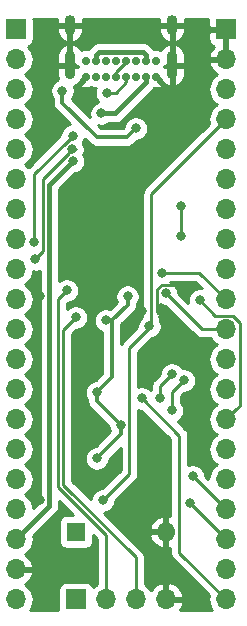
<source format=gbr>
G04 #@! TF.GenerationSoftware,KiCad,Pcbnew,5.1.2*
G04 #@! TF.CreationDate,2019-08-04T19:59:17+02:00*
G04 #@! TF.ProjectId,neutron-c,6e657574-726f-46e2-9d63-2e6b69636164,rev?*
G04 #@! TF.SameCoordinates,Original*
G04 #@! TF.FileFunction,Copper,L2,Bot*
G04 #@! TF.FilePolarity,Positive*
%FSLAX46Y46*%
G04 Gerber Fmt 4.6, Leading zero omitted, Abs format (unit mm)*
G04 Created by KiCad (PCBNEW 5.1.2) date 2019-08-04 19:59:17*
%MOMM*%
%LPD*%
G04 APERTURE LIST*
%ADD10C,0.700000*%
%ADD11O,0.900000X2.400000*%
%ADD12O,0.900000X1.700000*%
%ADD13R,1.700000X1.700000*%
%ADD14O,1.700000X1.700000*%
%ADD15O,1.600000X1.600000*%
%ADD16R,1.600000X1.600000*%
%ADD17C,0.800000*%
%ADD18C,0.350000*%
%ADD19C,0.250000*%
%ADD20C,0.400000*%
%ADD21C,0.254000*%
G04 APERTURE END LIST*
D10*
X179514500Y-16700500D03*
X178664500Y-16700500D03*
X177814500Y-16700500D03*
X176964500Y-16700500D03*
X176114500Y-16700500D03*
X175264500Y-16700500D03*
X174414500Y-16700500D03*
X173564500Y-16700500D03*
X178664500Y-15350500D03*
X176964500Y-15350500D03*
X177814500Y-15350500D03*
X179514500Y-15350500D03*
X175264500Y-15350500D03*
X174414500Y-15350500D03*
X173564500Y-15350500D03*
X176114500Y-15350500D03*
D11*
X180864500Y-15720500D03*
X172214500Y-15720500D03*
D12*
X180864500Y-12340500D03*
X172214500Y-12340500D03*
D13*
X172720000Y-60960000D03*
D14*
X175260000Y-60960000D03*
X177800000Y-60960000D03*
X180340000Y-60960000D03*
D15*
X180340000Y-55245000D03*
D16*
X172720000Y-55245000D03*
D13*
X167640000Y-12700000D03*
D14*
X167640000Y-15240000D03*
X167640000Y-17780000D03*
X167640000Y-20320000D03*
X167640000Y-22860000D03*
X167640000Y-25400000D03*
X167640000Y-27940000D03*
X167640000Y-30480000D03*
X167640000Y-33020000D03*
X167640000Y-35560000D03*
X167640000Y-38100000D03*
X167640000Y-40640000D03*
X167640000Y-43180000D03*
X167640000Y-45720000D03*
X167640000Y-48260000D03*
X167640000Y-50800000D03*
X167640000Y-53340000D03*
X167640000Y-55880000D03*
X167640000Y-58420000D03*
X167640000Y-60960000D03*
X185420000Y-60960000D03*
X185420000Y-58420000D03*
X185420000Y-55880000D03*
X185420000Y-53340000D03*
X185420000Y-50800000D03*
X185420000Y-48260000D03*
X185420000Y-45720000D03*
X185420000Y-43180000D03*
X185420000Y-40640000D03*
X185420000Y-38100000D03*
X185420000Y-35560000D03*
X185420000Y-33020000D03*
X185420000Y-30480000D03*
X185420000Y-27940000D03*
X185420000Y-25400000D03*
X185420000Y-22860000D03*
X185420000Y-20320000D03*
X185420000Y-17780000D03*
X185420000Y-15240000D03*
D13*
X185420000Y-12700000D03*
D17*
X174498000Y-49022000D03*
X176530000Y-46228000D03*
X174498000Y-43434000D03*
X171577000Y-17907000D03*
X175260000Y-37338000D03*
X177095693Y-35306000D03*
X177800000Y-21082000D03*
X169672000Y-35306000D03*
X178308000Y-36576000D03*
X177292000Y-12700000D03*
X178816000Y-22606000D03*
X173736000Y-34798000D03*
X170180000Y-55372000D03*
X169672000Y-52578000D03*
X172720000Y-50038000D03*
X176022000Y-50038000D03*
X180086000Y-37084000D03*
X182118000Y-35052000D03*
X178516243Y-19269727D03*
X180236667Y-48515319D03*
X182372000Y-52832000D03*
X182626000Y-50546000D03*
X180848000Y-41910000D03*
X179832000Y-43942000D03*
X180848000Y-44958000D03*
X181864000Y-42418000D03*
X175006000Y-52578000D03*
X178943000Y-37846000D03*
X174878974Y-19812000D03*
X172466000Y-23876000D03*
X169196563Y-30701437D03*
X172437661Y-21719978D03*
X169251999Y-32170001D03*
X172427990Y-22860000D03*
X178308000Y-43942000D03*
X183212159Y-35638159D03*
X180340016Y-35052000D03*
X180010904Y-33292811D03*
X181610000Y-27685978D03*
X181609998Y-30226000D03*
X171958004Y-34798000D03*
X172720000Y-37084000D03*
X175351588Y-18089367D03*
D18*
X176530000Y-46990000D02*
X174498000Y-49022000D01*
X176530000Y-46228000D02*
X176530000Y-46990000D01*
X174498000Y-44196000D02*
X176530000Y-46228000D01*
X174498000Y-43434000D02*
X174498000Y-44196000D01*
X175260000Y-37338000D02*
X175260000Y-37338000D01*
X175768000Y-42164000D02*
X174498000Y-43434000D01*
X175768000Y-37338000D02*
X175260000Y-37338000D01*
X175768000Y-37338000D02*
X175768000Y-42164000D01*
X175768000Y-37338000D02*
X177095693Y-36010307D01*
X177095693Y-35871685D02*
X177095693Y-35306000D01*
X177095693Y-36010307D02*
X177095693Y-35871685D01*
X171577000Y-17907000D02*
X171577000Y-18923000D01*
X171577000Y-18923000D02*
X174244000Y-21590000D01*
X174498000Y-21844000D02*
X177038000Y-21844000D01*
X174244000Y-21590000D02*
X174498000Y-21844000D01*
X177038000Y-21844000D02*
X177800000Y-21082000D01*
X177800000Y-21082000D02*
X177800000Y-21082000D01*
D19*
X179686001Y-36684001D02*
X180086000Y-37084000D01*
X179615015Y-36613015D02*
X179686001Y-36684001D01*
X181392999Y-34326999D02*
X179992015Y-34326999D01*
X182118000Y-35052000D02*
X181392999Y-34326999D01*
X179615015Y-34703999D02*
X179615015Y-36613015D01*
X179992015Y-34326999D02*
X179615015Y-34703999D01*
X182372000Y-52832000D02*
X182372000Y-52832000D01*
X185420000Y-55880000D02*
X182372000Y-52832000D01*
X182626000Y-50546000D02*
X185420000Y-53340000D01*
X180848000Y-41910000D02*
X180848000Y-41910000D01*
X179832000Y-43942000D02*
X179832000Y-42926000D01*
X179832000Y-42926000D02*
X180848000Y-41910000D01*
X181464001Y-42817999D02*
X181864000Y-42418000D01*
X180848000Y-44958000D02*
X180848000Y-43434000D01*
X180848000Y-43434000D02*
X181464001Y-42817999D01*
X177255001Y-39660999D02*
X177255001Y-50328999D01*
X177255001Y-50328999D02*
X175006000Y-52578000D01*
X178943000Y-37846000D02*
X178924001Y-37991999D01*
X178924001Y-37991999D02*
X177255001Y-39660999D01*
X179106998Y-26633002D02*
X185420000Y-20320000D01*
X178943000Y-37846000D02*
X179106998Y-37682002D01*
X179106998Y-37682002D02*
X179106998Y-26633002D01*
D20*
X170472001Y-25869999D02*
X172066001Y-24275999D01*
X172066001Y-24275999D02*
X172466000Y-23876000D01*
X167640000Y-55880000D02*
X170472001Y-53047999D01*
X170472001Y-53047999D02*
X170472001Y-25869999D01*
X178664500Y-14855526D02*
X178664500Y-15350500D01*
X178409473Y-14600499D02*
X178664500Y-14855526D01*
X174669527Y-14600499D02*
X178409473Y-14600499D01*
X174414500Y-14855526D02*
X174669527Y-14600499D01*
X174414500Y-15350500D02*
X174414500Y-14855526D01*
X176047974Y-19812000D02*
X175444659Y-19812000D01*
X175444659Y-19812000D02*
X174878974Y-19812000D01*
X178664500Y-17195474D02*
X176047974Y-19812000D01*
X178664500Y-16700500D02*
X178664500Y-17195474D01*
D19*
X169196563Y-30701437D02*
X169196563Y-24961076D01*
X172037662Y-22119977D02*
X172437661Y-21719978D01*
X169196563Y-24961076D02*
X172037662Y-22119977D01*
X172720000Y-22860000D02*
X172720000Y-22860000D01*
X172027991Y-23259999D02*
X172427990Y-22860000D01*
X169926000Y-31496000D02*
X169926000Y-25361990D01*
X169926000Y-25361990D02*
X172027991Y-23259999D01*
X169251999Y-32170001D02*
X169926000Y-31496000D01*
X178308000Y-43942000D02*
X178308000Y-43942000D01*
X186269999Y-44870001D02*
X185420000Y-45720000D01*
X186595001Y-44544999D02*
X186269999Y-44870001D01*
X186595001Y-37535999D02*
X186595001Y-44544999D01*
X185984001Y-36924999D02*
X186595001Y-37535999D01*
X184498999Y-36924999D02*
X185984001Y-36924999D01*
X183212159Y-35638159D02*
X184498999Y-36924999D01*
X183152811Y-33292811D02*
X180576589Y-33292811D01*
X180576589Y-33292811D02*
X180010904Y-33292811D01*
X185420000Y-35560000D02*
X183152811Y-33292811D01*
X181465001Y-57005001D02*
X181465001Y-47099001D01*
X181465001Y-47099001D02*
X178308000Y-43942000D01*
X185420000Y-60960000D02*
X181465001Y-57005001D01*
X185420000Y-38100000D02*
X183388016Y-38100000D01*
X180740015Y-35451999D02*
X180340016Y-35052000D01*
X183388016Y-38100000D02*
X180740015Y-35451999D01*
X181610000Y-27685978D02*
X181610000Y-30225998D01*
X181610000Y-30225998D02*
X181609998Y-30226000D01*
X175260000Y-55499000D02*
X171196000Y-51435000D01*
X171196000Y-51435000D02*
X171196000Y-35560004D01*
X175260000Y-60960000D02*
X175260000Y-55499000D01*
X171196000Y-35560004D02*
X171958004Y-34798000D01*
X177800000Y-57402590D02*
X171646011Y-51248601D01*
X171646011Y-51248601D02*
X171646011Y-38157989D01*
X177800000Y-60960000D02*
X177800000Y-57402590D01*
X171646011Y-38157989D02*
X172320001Y-37483999D01*
X172320001Y-37483999D02*
X172720000Y-37084000D01*
X176964500Y-17195474D02*
X176964500Y-16700500D01*
X176070607Y-18089367D02*
X176964500Y-17195474D01*
X175351588Y-18089367D02*
X176070607Y-18089367D01*
X176964500Y-15499502D02*
X176964500Y-15350500D01*
X176114500Y-16349502D02*
X176964500Y-15499502D01*
X176114500Y-16700500D02*
X176114500Y-16349502D01*
D21*
G36*
X172493127Y-53806928D02*
G01*
X171920000Y-53806928D01*
X171795518Y-53819188D01*
X171675820Y-53855498D01*
X171565506Y-53914463D01*
X171468815Y-53993815D01*
X171389463Y-54090506D01*
X171330498Y-54200820D01*
X171294188Y-54320518D01*
X171281928Y-54445000D01*
X171281928Y-56045000D01*
X171294188Y-56169482D01*
X171330498Y-56289180D01*
X171389463Y-56399494D01*
X171468815Y-56496185D01*
X171565506Y-56575537D01*
X171675820Y-56634502D01*
X171795518Y-56670812D01*
X171920000Y-56683072D01*
X173520000Y-56683072D01*
X173644482Y-56670812D01*
X173764180Y-56634502D01*
X173874494Y-56575537D01*
X173971185Y-56496185D01*
X174050537Y-56399494D01*
X174109502Y-56289180D01*
X174145812Y-56169482D01*
X174158072Y-56045000D01*
X174158072Y-55471874D01*
X174500001Y-55813803D01*
X174500000Y-59682405D01*
X174430986Y-59719294D01*
X174204866Y-59904866D01*
X174180393Y-59934687D01*
X174159502Y-59865820D01*
X174100537Y-59755506D01*
X174021185Y-59658815D01*
X173924494Y-59579463D01*
X173814180Y-59520498D01*
X173694482Y-59484188D01*
X173570000Y-59471928D01*
X171870000Y-59471928D01*
X171745518Y-59484188D01*
X171625820Y-59520498D01*
X171515506Y-59579463D01*
X171418815Y-59658815D01*
X171339463Y-59755506D01*
X171280498Y-59865820D01*
X171244188Y-59985518D01*
X171231928Y-60110000D01*
X171231928Y-61810000D01*
X171233307Y-61824000D01*
X168851994Y-61824000D01*
X168880706Y-61789014D01*
X169018599Y-61531034D01*
X169103513Y-61251111D01*
X169132185Y-60960000D01*
X169103513Y-60668889D01*
X169018599Y-60388966D01*
X168880706Y-60130986D01*
X168695134Y-59904866D01*
X168469014Y-59719294D01*
X168404477Y-59684799D01*
X168521355Y-59615178D01*
X168737588Y-59420269D01*
X168911641Y-59186920D01*
X169036825Y-58924099D01*
X169081476Y-58776890D01*
X168960155Y-58547000D01*
X167767000Y-58547000D01*
X167767000Y-58567000D01*
X167513000Y-58567000D01*
X167513000Y-58547000D01*
X167493000Y-58547000D01*
X167493000Y-58293000D01*
X167513000Y-58293000D01*
X167513000Y-58273000D01*
X167767000Y-58273000D01*
X167767000Y-58293000D01*
X168960155Y-58293000D01*
X169081476Y-58063110D01*
X169036825Y-57915901D01*
X168911641Y-57653080D01*
X168737588Y-57419731D01*
X168521355Y-57224822D01*
X168404477Y-57155201D01*
X168469014Y-57120706D01*
X168695134Y-56935134D01*
X168880706Y-56709014D01*
X169018599Y-56451034D01*
X169103513Y-56171111D01*
X169132185Y-55880000D01*
X169104272Y-55596595D01*
X171033429Y-53667439D01*
X171065292Y-53641290D01*
X171169637Y-53514145D01*
X171247173Y-53369086D01*
X171294919Y-53211688D01*
X171307001Y-53089018D01*
X171307001Y-53089016D01*
X171311041Y-53048000D01*
X171307001Y-53006984D01*
X171307001Y-52620802D01*
X172493127Y-53806928D01*
X172493127Y-53806928D01*
G37*
X172493127Y-53806928D02*
X171920000Y-53806928D01*
X171795518Y-53819188D01*
X171675820Y-53855498D01*
X171565506Y-53914463D01*
X171468815Y-53993815D01*
X171389463Y-54090506D01*
X171330498Y-54200820D01*
X171294188Y-54320518D01*
X171281928Y-54445000D01*
X171281928Y-56045000D01*
X171294188Y-56169482D01*
X171330498Y-56289180D01*
X171389463Y-56399494D01*
X171468815Y-56496185D01*
X171565506Y-56575537D01*
X171675820Y-56634502D01*
X171795518Y-56670812D01*
X171920000Y-56683072D01*
X173520000Y-56683072D01*
X173644482Y-56670812D01*
X173764180Y-56634502D01*
X173874494Y-56575537D01*
X173971185Y-56496185D01*
X174050537Y-56399494D01*
X174109502Y-56289180D01*
X174145812Y-56169482D01*
X174158072Y-56045000D01*
X174158072Y-55471874D01*
X174500001Y-55813803D01*
X174500000Y-59682405D01*
X174430986Y-59719294D01*
X174204866Y-59904866D01*
X174180393Y-59934687D01*
X174159502Y-59865820D01*
X174100537Y-59755506D01*
X174021185Y-59658815D01*
X173924494Y-59579463D01*
X173814180Y-59520498D01*
X173694482Y-59484188D01*
X173570000Y-59471928D01*
X171870000Y-59471928D01*
X171745518Y-59484188D01*
X171625820Y-59520498D01*
X171515506Y-59579463D01*
X171418815Y-59658815D01*
X171339463Y-59755506D01*
X171280498Y-59865820D01*
X171244188Y-59985518D01*
X171231928Y-60110000D01*
X171231928Y-61810000D01*
X171233307Y-61824000D01*
X168851994Y-61824000D01*
X168880706Y-61789014D01*
X169018599Y-61531034D01*
X169103513Y-61251111D01*
X169132185Y-60960000D01*
X169103513Y-60668889D01*
X169018599Y-60388966D01*
X168880706Y-60130986D01*
X168695134Y-59904866D01*
X168469014Y-59719294D01*
X168404477Y-59684799D01*
X168521355Y-59615178D01*
X168737588Y-59420269D01*
X168911641Y-59186920D01*
X169036825Y-58924099D01*
X169081476Y-58776890D01*
X168960155Y-58547000D01*
X167767000Y-58547000D01*
X167767000Y-58567000D01*
X167513000Y-58567000D01*
X167513000Y-58547000D01*
X167493000Y-58547000D01*
X167493000Y-58293000D01*
X167513000Y-58293000D01*
X167513000Y-58273000D01*
X167767000Y-58273000D01*
X167767000Y-58293000D01*
X168960155Y-58293000D01*
X169081476Y-58063110D01*
X169036825Y-57915901D01*
X168911641Y-57653080D01*
X168737588Y-57419731D01*
X168521355Y-57224822D01*
X168404477Y-57155201D01*
X168469014Y-57120706D01*
X168695134Y-56935134D01*
X168880706Y-56709014D01*
X169018599Y-56451034D01*
X169103513Y-56171111D01*
X169132185Y-55880000D01*
X169104272Y-55596595D01*
X171033429Y-53667439D01*
X171065292Y-53641290D01*
X171169637Y-53514145D01*
X171247173Y-53369086D01*
X171294919Y-53211688D01*
X171307001Y-53089018D01*
X171307001Y-53089016D01*
X171311041Y-53048000D01*
X171307001Y-53006984D01*
X171307001Y-52620802D01*
X172493127Y-53806928D01*
G36*
X178206061Y-44977000D02*
G01*
X178268199Y-44977000D01*
X180705002Y-47413804D01*
X180705001Y-53858807D01*
X180689040Y-53853091D01*
X180467000Y-53974376D01*
X180467000Y-55118000D01*
X180487000Y-55118000D01*
X180487000Y-55372000D01*
X180467000Y-55372000D01*
X180467000Y-56515624D01*
X180689040Y-56636909D01*
X180705001Y-56631193D01*
X180705001Y-56967679D01*
X180701325Y-57005001D01*
X180705001Y-57042323D01*
X180705001Y-57042333D01*
X180715998Y-57153986D01*
X180759455Y-57297247D01*
X180830027Y-57429277D01*
X180869872Y-57477827D01*
X180925000Y-57545002D01*
X180954004Y-57568805D01*
X183979203Y-60594005D01*
X183956487Y-60668889D01*
X183927815Y-60960000D01*
X183956487Y-61251111D01*
X184041401Y-61531034D01*
X184179294Y-61789014D01*
X184208006Y-61824000D01*
X181545516Y-61824000D01*
X181684157Y-61591252D01*
X181781481Y-61316891D01*
X181660814Y-61087000D01*
X180467000Y-61087000D01*
X180467000Y-61107000D01*
X180213000Y-61107000D01*
X180213000Y-61087000D01*
X180193000Y-61087000D01*
X180193000Y-60833000D01*
X180213000Y-60833000D01*
X180213000Y-59639845D01*
X180467000Y-59639845D01*
X180467000Y-60833000D01*
X181660814Y-60833000D01*
X181781481Y-60603109D01*
X181684157Y-60328748D01*
X181535178Y-60078645D01*
X181340269Y-59862412D01*
X181106920Y-59688359D01*
X180844099Y-59563175D01*
X180696890Y-59518524D01*
X180467000Y-59639845D01*
X180213000Y-59639845D01*
X179983110Y-59518524D01*
X179835901Y-59563175D01*
X179573080Y-59688359D01*
X179339731Y-59862412D01*
X179144822Y-60078645D01*
X179075201Y-60195523D01*
X179040706Y-60130986D01*
X178855134Y-59904866D01*
X178629014Y-59719294D01*
X178560000Y-59682405D01*
X178560000Y-57439915D01*
X178563676Y-57402590D01*
X178560000Y-57365265D01*
X178560000Y-57365257D01*
X178549003Y-57253604D01*
X178505546Y-57110343D01*
X178434974Y-56978314D01*
X178340001Y-56862589D01*
X178311003Y-56838791D01*
X177066251Y-55594039D01*
X178948096Y-55594039D01*
X178988754Y-55728087D01*
X179108963Y-55982420D01*
X179276481Y-56208414D01*
X179484869Y-56397385D01*
X179726119Y-56542070D01*
X179990960Y-56636909D01*
X180213000Y-56515624D01*
X180213000Y-55372000D01*
X179070085Y-55372000D01*
X178948096Y-55594039D01*
X177066251Y-55594039D01*
X176368173Y-54895961D01*
X178948096Y-54895961D01*
X179070085Y-55118000D01*
X180213000Y-55118000D01*
X180213000Y-53974376D01*
X179990960Y-53853091D01*
X179726119Y-53947930D01*
X179484869Y-54092615D01*
X179276481Y-54281586D01*
X179108963Y-54507580D01*
X178988754Y-54761913D01*
X178948096Y-54895961D01*
X176368173Y-54895961D01*
X175085211Y-53613000D01*
X175107939Y-53613000D01*
X175307898Y-53573226D01*
X175496256Y-53495205D01*
X175665774Y-53381937D01*
X175809937Y-53237774D01*
X175923205Y-53068256D01*
X176001226Y-52879898D01*
X176041000Y-52679939D01*
X176041000Y-52617801D01*
X177766004Y-50892798D01*
X177795002Y-50869000D01*
X177889975Y-50753275D01*
X177960547Y-50621246D01*
X178004004Y-50477985D01*
X178015001Y-50366332D01*
X178015001Y-50366324D01*
X178018677Y-50328999D01*
X178015001Y-50291674D01*
X178015001Y-44938996D01*
X178206061Y-44977000D01*
X178206061Y-44977000D01*
G37*
X178206061Y-44977000D02*
X178268199Y-44977000D01*
X180705002Y-47413804D01*
X180705001Y-53858807D01*
X180689040Y-53853091D01*
X180467000Y-53974376D01*
X180467000Y-55118000D01*
X180487000Y-55118000D01*
X180487000Y-55372000D01*
X180467000Y-55372000D01*
X180467000Y-56515624D01*
X180689040Y-56636909D01*
X180705001Y-56631193D01*
X180705001Y-56967679D01*
X180701325Y-57005001D01*
X180705001Y-57042323D01*
X180705001Y-57042333D01*
X180715998Y-57153986D01*
X180759455Y-57297247D01*
X180830027Y-57429277D01*
X180869872Y-57477827D01*
X180925000Y-57545002D01*
X180954004Y-57568805D01*
X183979203Y-60594005D01*
X183956487Y-60668889D01*
X183927815Y-60960000D01*
X183956487Y-61251111D01*
X184041401Y-61531034D01*
X184179294Y-61789014D01*
X184208006Y-61824000D01*
X181545516Y-61824000D01*
X181684157Y-61591252D01*
X181781481Y-61316891D01*
X181660814Y-61087000D01*
X180467000Y-61087000D01*
X180467000Y-61107000D01*
X180213000Y-61107000D01*
X180213000Y-61087000D01*
X180193000Y-61087000D01*
X180193000Y-60833000D01*
X180213000Y-60833000D01*
X180213000Y-59639845D01*
X180467000Y-59639845D01*
X180467000Y-60833000D01*
X181660814Y-60833000D01*
X181781481Y-60603109D01*
X181684157Y-60328748D01*
X181535178Y-60078645D01*
X181340269Y-59862412D01*
X181106920Y-59688359D01*
X180844099Y-59563175D01*
X180696890Y-59518524D01*
X180467000Y-59639845D01*
X180213000Y-59639845D01*
X179983110Y-59518524D01*
X179835901Y-59563175D01*
X179573080Y-59688359D01*
X179339731Y-59862412D01*
X179144822Y-60078645D01*
X179075201Y-60195523D01*
X179040706Y-60130986D01*
X178855134Y-59904866D01*
X178629014Y-59719294D01*
X178560000Y-59682405D01*
X178560000Y-57439915D01*
X178563676Y-57402590D01*
X178560000Y-57365265D01*
X178560000Y-57365257D01*
X178549003Y-57253604D01*
X178505546Y-57110343D01*
X178434974Y-56978314D01*
X178340001Y-56862589D01*
X178311003Y-56838791D01*
X177066251Y-55594039D01*
X178948096Y-55594039D01*
X178988754Y-55728087D01*
X179108963Y-55982420D01*
X179276481Y-56208414D01*
X179484869Y-56397385D01*
X179726119Y-56542070D01*
X179990960Y-56636909D01*
X180213000Y-56515624D01*
X180213000Y-55372000D01*
X179070085Y-55372000D01*
X178948096Y-55594039D01*
X177066251Y-55594039D01*
X176368173Y-54895961D01*
X178948096Y-54895961D01*
X179070085Y-55118000D01*
X180213000Y-55118000D01*
X180213000Y-53974376D01*
X179990960Y-53853091D01*
X179726119Y-53947930D01*
X179484869Y-54092615D01*
X179276481Y-54281586D01*
X179108963Y-54507580D01*
X178988754Y-54761913D01*
X178948096Y-54895961D01*
X176368173Y-54895961D01*
X175085211Y-53613000D01*
X175107939Y-53613000D01*
X175307898Y-53573226D01*
X175496256Y-53495205D01*
X175665774Y-53381937D01*
X175809937Y-53237774D01*
X175923205Y-53068256D01*
X176001226Y-52879898D01*
X176041000Y-52679939D01*
X176041000Y-52617801D01*
X177766004Y-50892798D01*
X177795002Y-50869000D01*
X177889975Y-50753275D01*
X177960547Y-50621246D01*
X178004004Y-50477985D01*
X178015001Y-50366332D01*
X178015001Y-50366324D01*
X178018677Y-50328999D01*
X178015001Y-50291674D01*
X178015001Y-44938996D01*
X178206061Y-44977000D01*
G36*
X169637001Y-52702131D02*
G01*
X169120255Y-53218877D01*
X169103513Y-53048889D01*
X169018599Y-52768966D01*
X168880706Y-52510986D01*
X168695134Y-52284866D01*
X168469014Y-52099294D01*
X168414209Y-52070000D01*
X168469014Y-52040706D01*
X168695134Y-51855134D01*
X168880706Y-51629014D01*
X169018599Y-51371034D01*
X169103513Y-51091111D01*
X169132185Y-50800000D01*
X169103513Y-50508889D01*
X169018599Y-50228966D01*
X168880706Y-49970986D01*
X168695134Y-49744866D01*
X168469014Y-49559294D01*
X168414209Y-49530000D01*
X168469014Y-49500706D01*
X168695134Y-49315134D01*
X168880706Y-49089014D01*
X169018599Y-48831034D01*
X169103513Y-48551111D01*
X169132185Y-48260000D01*
X169103513Y-47968889D01*
X169018599Y-47688966D01*
X168880706Y-47430986D01*
X168695134Y-47204866D01*
X168469014Y-47019294D01*
X168414209Y-46990000D01*
X168469014Y-46960706D01*
X168695134Y-46775134D01*
X168880706Y-46549014D01*
X169018599Y-46291034D01*
X169103513Y-46011111D01*
X169132185Y-45720000D01*
X169103513Y-45428889D01*
X169018599Y-45148966D01*
X168880706Y-44890986D01*
X168695134Y-44664866D01*
X168469014Y-44479294D01*
X168414209Y-44450000D01*
X168469014Y-44420706D01*
X168695134Y-44235134D01*
X168880706Y-44009014D01*
X169018599Y-43751034D01*
X169103513Y-43471111D01*
X169132185Y-43180000D01*
X169103513Y-42888889D01*
X169018599Y-42608966D01*
X168880706Y-42350986D01*
X168695134Y-42124866D01*
X168469014Y-41939294D01*
X168414209Y-41910000D01*
X168469014Y-41880706D01*
X168695134Y-41695134D01*
X168880706Y-41469014D01*
X169018599Y-41211034D01*
X169103513Y-40931111D01*
X169132185Y-40640000D01*
X169103513Y-40348889D01*
X169018599Y-40068966D01*
X168880706Y-39810986D01*
X168695134Y-39584866D01*
X168469014Y-39399294D01*
X168414209Y-39370000D01*
X168469014Y-39340706D01*
X168695134Y-39155134D01*
X168880706Y-38929014D01*
X169018599Y-38671034D01*
X169103513Y-38391111D01*
X169132185Y-38100000D01*
X169103513Y-37808889D01*
X169018599Y-37528966D01*
X168880706Y-37270986D01*
X168695134Y-37044866D01*
X168469014Y-36859294D01*
X168414209Y-36830000D01*
X168469014Y-36800706D01*
X168695134Y-36615134D01*
X168880706Y-36389014D01*
X169018599Y-36131034D01*
X169103513Y-35851111D01*
X169132185Y-35560000D01*
X169103513Y-35268889D01*
X169018599Y-34988966D01*
X168880706Y-34730986D01*
X168695134Y-34504866D01*
X168469014Y-34319294D01*
X168414209Y-34290000D01*
X168469014Y-34260706D01*
X168695134Y-34075134D01*
X168880706Y-33849014D01*
X169018599Y-33591034D01*
X169103513Y-33311111D01*
X169114658Y-33197959D01*
X169150060Y-33205001D01*
X169353938Y-33205001D01*
X169553897Y-33165227D01*
X169637002Y-33130804D01*
X169637001Y-52702131D01*
X169637001Y-52702131D01*
G37*
X169637001Y-52702131D02*
X169120255Y-53218877D01*
X169103513Y-53048889D01*
X169018599Y-52768966D01*
X168880706Y-52510986D01*
X168695134Y-52284866D01*
X168469014Y-52099294D01*
X168414209Y-52070000D01*
X168469014Y-52040706D01*
X168695134Y-51855134D01*
X168880706Y-51629014D01*
X169018599Y-51371034D01*
X169103513Y-51091111D01*
X169132185Y-50800000D01*
X169103513Y-50508889D01*
X169018599Y-50228966D01*
X168880706Y-49970986D01*
X168695134Y-49744866D01*
X168469014Y-49559294D01*
X168414209Y-49530000D01*
X168469014Y-49500706D01*
X168695134Y-49315134D01*
X168880706Y-49089014D01*
X169018599Y-48831034D01*
X169103513Y-48551111D01*
X169132185Y-48260000D01*
X169103513Y-47968889D01*
X169018599Y-47688966D01*
X168880706Y-47430986D01*
X168695134Y-47204866D01*
X168469014Y-47019294D01*
X168414209Y-46990000D01*
X168469014Y-46960706D01*
X168695134Y-46775134D01*
X168880706Y-46549014D01*
X169018599Y-46291034D01*
X169103513Y-46011111D01*
X169132185Y-45720000D01*
X169103513Y-45428889D01*
X169018599Y-45148966D01*
X168880706Y-44890986D01*
X168695134Y-44664866D01*
X168469014Y-44479294D01*
X168414209Y-44450000D01*
X168469014Y-44420706D01*
X168695134Y-44235134D01*
X168880706Y-44009014D01*
X169018599Y-43751034D01*
X169103513Y-43471111D01*
X169132185Y-43180000D01*
X169103513Y-42888889D01*
X169018599Y-42608966D01*
X168880706Y-42350986D01*
X168695134Y-42124866D01*
X168469014Y-41939294D01*
X168414209Y-41910000D01*
X168469014Y-41880706D01*
X168695134Y-41695134D01*
X168880706Y-41469014D01*
X169018599Y-41211034D01*
X169103513Y-40931111D01*
X169132185Y-40640000D01*
X169103513Y-40348889D01*
X169018599Y-40068966D01*
X168880706Y-39810986D01*
X168695134Y-39584866D01*
X168469014Y-39399294D01*
X168414209Y-39370000D01*
X168469014Y-39340706D01*
X168695134Y-39155134D01*
X168880706Y-38929014D01*
X169018599Y-38671034D01*
X169103513Y-38391111D01*
X169132185Y-38100000D01*
X169103513Y-37808889D01*
X169018599Y-37528966D01*
X168880706Y-37270986D01*
X168695134Y-37044866D01*
X168469014Y-36859294D01*
X168414209Y-36830000D01*
X168469014Y-36800706D01*
X168695134Y-36615134D01*
X168880706Y-36389014D01*
X169018599Y-36131034D01*
X169103513Y-35851111D01*
X169132185Y-35560000D01*
X169103513Y-35268889D01*
X169018599Y-34988966D01*
X168880706Y-34730986D01*
X168695134Y-34504866D01*
X168469014Y-34319294D01*
X168414209Y-34290000D01*
X168469014Y-34260706D01*
X168695134Y-34075134D01*
X168880706Y-33849014D01*
X169018599Y-33591034D01*
X169103513Y-33311111D01*
X169114658Y-33197959D01*
X169150060Y-33205001D01*
X169353938Y-33205001D01*
X169553897Y-33165227D01*
X169637002Y-33130804D01*
X169637001Y-52702131D01*
G36*
X171129500Y-12213500D02*
G01*
X172087500Y-12213500D01*
X172087500Y-12193500D01*
X172341500Y-12193500D01*
X172341500Y-12213500D01*
X173299500Y-12213500D01*
X173299500Y-11836000D01*
X179779500Y-11836000D01*
X179779500Y-12213500D01*
X180737500Y-12213500D01*
X180737500Y-12193500D01*
X180991500Y-12193500D01*
X180991500Y-12213500D01*
X181949500Y-12213500D01*
X181949500Y-11836000D01*
X183933307Y-11836000D01*
X183931928Y-11850000D01*
X183935000Y-12414250D01*
X184093750Y-12573000D01*
X185293000Y-12573000D01*
X185293000Y-12553000D01*
X185547000Y-12553000D01*
X185547000Y-12573000D01*
X185567000Y-12573000D01*
X185567000Y-12827000D01*
X185547000Y-12827000D01*
X185547000Y-15113000D01*
X185567000Y-15113000D01*
X185567000Y-15367000D01*
X185547000Y-15367000D01*
X185547000Y-15387000D01*
X185293000Y-15387000D01*
X185293000Y-15367000D01*
X184099845Y-15367000D01*
X183978524Y-15596890D01*
X184023175Y-15744099D01*
X184148359Y-16006920D01*
X184322412Y-16240269D01*
X184538645Y-16435178D01*
X184655523Y-16504799D01*
X184590986Y-16539294D01*
X184364866Y-16724866D01*
X184179294Y-16950986D01*
X184041401Y-17208966D01*
X183956487Y-17488889D01*
X183927815Y-17780000D01*
X183956487Y-18071111D01*
X184041401Y-18351034D01*
X184179294Y-18609014D01*
X184364866Y-18835134D01*
X184590986Y-19020706D01*
X184645791Y-19050000D01*
X184590986Y-19079294D01*
X184364866Y-19264866D01*
X184179294Y-19490986D01*
X184041401Y-19748966D01*
X183956487Y-20028889D01*
X183927815Y-20320000D01*
X183956487Y-20611111D01*
X183979203Y-20685995D01*
X178595996Y-26069203D01*
X178566998Y-26093001D01*
X178543200Y-26121999D01*
X178543199Y-26122000D01*
X178472024Y-26208726D01*
X178401452Y-26340756D01*
X178371178Y-26440560D01*
X178364284Y-26463289D01*
X178357996Y-26484017D01*
X178343322Y-26633002D01*
X178346999Y-26670334D01*
X178346998Y-36999452D01*
X178283226Y-37042063D01*
X178139063Y-37186226D01*
X178025795Y-37355744D01*
X177947774Y-37544102D01*
X177908000Y-37744061D01*
X177908000Y-37933198D01*
X176744003Y-39097196D01*
X176715000Y-39120998D01*
X176687096Y-39155000D01*
X176620027Y-39236723D01*
X176578000Y-39315349D01*
X176578000Y-37673512D01*
X177640312Y-36611201D01*
X177671221Y-36585835D01*
X177772442Y-36462496D01*
X177847656Y-36321780D01*
X177893973Y-36169095D01*
X177905693Y-36050098D01*
X177905693Y-36050096D01*
X177909612Y-36010308D01*
X177905693Y-35970520D01*
X177905693Y-35956700D01*
X178012898Y-35796256D01*
X178090919Y-35607898D01*
X178130693Y-35407939D01*
X178130693Y-35204061D01*
X178090919Y-35004102D01*
X178012898Y-34815744D01*
X177899630Y-34646226D01*
X177755467Y-34502063D01*
X177585949Y-34388795D01*
X177397591Y-34310774D01*
X177197632Y-34271000D01*
X176993754Y-34271000D01*
X176793795Y-34310774D01*
X176605437Y-34388795D01*
X176435919Y-34502063D01*
X176291756Y-34646226D01*
X176178488Y-34815744D01*
X176100467Y-35004102D01*
X176060693Y-35204061D01*
X176060693Y-35407939D01*
X176100467Y-35607898D01*
X176174312Y-35786175D01*
X175601366Y-36359122D01*
X175561898Y-36342774D01*
X175361939Y-36303000D01*
X175158061Y-36303000D01*
X174958102Y-36342774D01*
X174769744Y-36420795D01*
X174600226Y-36534063D01*
X174456063Y-36678226D01*
X174342795Y-36847744D01*
X174264774Y-37036102D01*
X174225000Y-37236061D01*
X174225000Y-37439939D01*
X174264774Y-37639898D01*
X174342795Y-37828256D01*
X174456063Y-37997774D01*
X174600226Y-38141937D01*
X174769744Y-38255205D01*
X174958000Y-38333184D01*
X174958001Y-41828486D01*
X174385359Y-42401129D01*
X174196102Y-42438774D01*
X174007744Y-42516795D01*
X173838226Y-42630063D01*
X173694063Y-42774226D01*
X173580795Y-42943744D01*
X173502774Y-43132102D01*
X173463000Y-43332061D01*
X173463000Y-43535939D01*
X173502774Y-43735898D01*
X173580795Y-43924256D01*
X173688000Y-44084700D01*
X173688000Y-44156212D01*
X173684081Y-44196000D01*
X173688000Y-44235788D01*
X173688000Y-44235791D01*
X173699720Y-44354788D01*
X173729514Y-44453002D01*
X173746038Y-44507473D01*
X173821251Y-44648189D01*
X173858836Y-44693986D01*
X173922473Y-44771528D01*
X173953383Y-44796895D01*
X175497129Y-46340642D01*
X175534774Y-46529898D01*
X175612795Y-46718256D01*
X175630193Y-46744294D01*
X174385359Y-47989129D01*
X174196102Y-48026774D01*
X174007744Y-48104795D01*
X173838226Y-48218063D01*
X173694063Y-48362226D01*
X173580795Y-48531744D01*
X173502774Y-48720102D01*
X173463000Y-48920061D01*
X173463000Y-49123939D01*
X173502774Y-49323898D01*
X173580795Y-49512256D01*
X173694063Y-49681774D01*
X173838226Y-49825937D01*
X174007744Y-49939205D01*
X174196102Y-50017226D01*
X174396061Y-50057000D01*
X174599939Y-50057000D01*
X174799898Y-50017226D01*
X174988256Y-49939205D01*
X175157774Y-49825937D01*
X175301937Y-49681774D01*
X175415205Y-49512256D01*
X175493226Y-49323898D01*
X175530871Y-49134641D01*
X176495002Y-48170511D01*
X176495002Y-50014196D01*
X174966199Y-51543000D01*
X174904061Y-51543000D01*
X174704102Y-51582774D01*
X174515744Y-51660795D01*
X174346226Y-51774063D01*
X174202063Y-51918226D01*
X174088795Y-52087744D01*
X174010774Y-52276102D01*
X173971000Y-52476061D01*
X173971000Y-52498789D01*
X172406011Y-50933800D01*
X172406011Y-38472790D01*
X172759802Y-38119000D01*
X172821939Y-38119000D01*
X173021898Y-38079226D01*
X173210256Y-38001205D01*
X173379774Y-37887937D01*
X173523937Y-37743774D01*
X173637205Y-37574256D01*
X173715226Y-37385898D01*
X173755000Y-37185939D01*
X173755000Y-36982061D01*
X173715226Y-36782102D01*
X173637205Y-36593744D01*
X173523937Y-36424226D01*
X173379774Y-36280063D01*
X173210256Y-36166795D01*
X173021898Y-36088774D01*
X172821939Y-36049000D01*
X172618061Y-36049000D01*
X172418102Y-36088774D01*
X172229744Y-36166795D01*
X172060226Y-36280063D01*
X171956000Y-36384289D01*
X171956000Y-35874806D01*
X171997806Y-35833000D01*
X172059943Y-35833000D01*
X172259902Y-35793226D01*
X172448260Y-35715205D01*
X172617778Y-35601937D01*
X172761941Y-35457774D01*
X172875209Y-35288256D01*
X172953230Y-35099898D01*
X172993004Y-34899939D01*
X172993004Y-34696061D01*
X172953230Y-34496102D01*
X172875209Y-34307744D01*
X172761941Y-34138226D01*
X172617778Y-33994063D01*
X172448260Y-33880795D01*
X172259902Y-33802774D01*
X172059943Y-33763000D01*
X171856065Y-33763000D01*
X171656106Y-33802774D01*
X171467748Y-33880795D01*
X171307001Y-33988202D01*
X171307001Y-26215866D01*
X172622776Y-24900092D01*
X172767898Y-24871226D01*
X172956256Y-24793205D01*
X173125774Y-24679937D01*
X173269937Y-24535774D01*
X173383205Y-24366256D01*
X173461226Y-24177898D01*
X173501000Y-23977939D01*
X173501000Y-23774061D01*
X173461226Y-23574102D01*
X173383205Y-23385744D01*
X173350667Y-23337047D01*
X173423216Y-23161898D01*
X173424893Y-23153470D01*
X173425546Y-23152247D01*
X173469003Y-23008986D01*
X173483677Y-22860000D01*
X173469003Y-22711014D01*
X173425546Y-22567753D01*
X173424893Y-22566530D01*
X173423216Y-22558102D01*
X173345195Y-22369744D01*
X173296740Y-22297226D01*
X173354866Y-22210234D01*
X173432887Y-22021876D01*
X173449059Y-21940572D01*
X173699380Y-22190893D01*
X173699386Y-22190898D01*
X173897100Y-22388612D01*
X173922472Y-22419528D01*
X174045811Y-22520749D01*
X174186527Y-22595963D01*
X174339212Y-22642280D01*
X174458209Y-22654000D01*
X174458211Y-22654000D01*
X174497999Y-22657919D01*
X174537787Y-22654000D01*
X176998212Y-22654000D01*
X177038000Y-22657919D01*
X177077788Y-22654000D01*
X177077791Y-22654000D01*
X177196788Y-22642280D01*
X177349473Y-22595963D01*
X177490189Y-22520749D01*
X177613528Y-22419528D01*
X177638899Y-22388613D01*
X177912641Y-22114871D01*
X178101898Y-22077226D01*
X178290256Y-21999205D01*
X178459774Y-21885937D01*
X178603937Y-21741774D01*
X178717205Y-21572256D01*
X178795226Y-21383898D01*
X178835000Y-21183939D01*
X178835000Y-20980061D01*
X178795226Y-20780102D01*
X178717205Y-20591744D01*
X178603937Y-20422226D01*
X178459774Y-20278063D01*
X178290256Y-20164795D01*
X178101898Y-20086774D01*
X177901939Y-20047000D01*
X177698061Y-20047000D01*
X177498102Y-20086774D01*
X177309744Y-20164795D01*
X177140226Y-20278063D01*
X176996063Y-20422226D01*
X176882795Y-20591744D01*
X176804774Y-20780102D01*
X176767129Y-20969359D01*
X176702488Y-21034000D01*
X174833513Y-21034000D01*
X174614104Y-20814591D01*
X174777035Y-20847000D01*
X174980913Y-20847000D01*
X175180872Y-20807226D01*
X175369230Y-20729205D01*
X175492259Y-20647000D01*
X176006956Y-20647000D01*
X176047974Y-20651040D01*
X176088992Y-20647000D01*
X176088993Y-20647000D01*
X176211663Y-20634918D01*
X176369061Y-20587172D01*
X176514120Y-20509636D01*
X176641265Y-20405291D01*
X176667420Y-20373421D01*
X179225932Y-17814911D01*
X179257791Y-17788765D01*
X179352832Y-17672957D01*
X179408844Y-17684610D01*
X179602864Y-17686313D01*
X179793489Y-17650132D01*
X179973393Y-17577457D01*
X179988716Y-17569267D01*
X180005412Y-17371017D01*
X179613399Y-16979004D01*
X179649500Y-16797514D01*
X179649500Y-16627610D01*
X179708248Y-16686358D01*
X179694105Y-16700500D01*
X179844275Y-16850670D01*
X179910691Y-17003045D01*
X180032913Y-17178891D01*
X180187092Y-17327514D01*
X180367303Y-17443202D01*
X180570499Y-17514908D01*
X180737500Y-17388002D01*
X180737500Y-15847500D01*
X180991500Y-15847500D01*
X180991500Y-17388002D01*
X181158501Y-17514908D01*
X181361697Y-17443202D01*
X181541908Y-17327514D01*
X181696087Y-17178891D01*
X181818309Y-17003045D01*
X181903876Y-16806733D01*
X181949500Y-16597500D01*
X181949500Y-15847500D01*
X180991500Y-15847500D01*
X180737500Y-15847500D01*
X180191108Y-15847500D01*
X180185020Y-15841412D01*
X180383267Y-15824716D01*
X180459089Y-15646116D01*
X180470036Y-15593500D01*
X180737500Y-15593500D01*
X180737500Y-14052998D01*
X180991500Y-14052998D01*
X180991500Y-15593500D01*
X181949500Y-15593500D01*
X181949500Y-14843500D01*
X181903876Y-14634267D01*
X181818309Y-14437955D01*
X181696087Y-14262109D01*
X181541908Y-14113486D01*
X181361697Y-13997798D01*
X181158501Y-13926092D01*
X180991500Y-14052998D01*
X180737500Y-14052998D01*
X180570499Y-13926092D01*
X180367303Y-13997798D01*
X180187092Y-14113486D01*
X180032913Y-14262109D01*
X179910691Y-14437955D01*
X179906772Y-14446945D01*
X179810116Y-14405911D01*
X179620156Y-14366390D01*
X179426136Y-14364687D01*
X179353228Y-14378525D01*
X179257791Y-14262235D01*
X179225927Y-14236085D01*
X179028918Y-14039077D01*
X179002764Y-14007208D01*
X178875619Y-13902863D01*
X178730560Y-13825327D01*
X178573162Y-13777581D01*
X178450492Y-13765499D01*
X178450491Y-13765499D01*
X178409473Y-13761459D01*
X178368455Y-13765499D01*
X174710545Y-13765499D01*
X174669527Y-13761459D01*
X174628509Y-13765499D01*
X174628508Y-13765499D01*
X174505838Y-13777581D01*
X174348440Y-13825327D01*
X174203381Y-13902863D01*
X174076236Y-14007208D01*
X174050085Y-14039073D01*
X173853073Y-14236086D01*
X173821210Y-14262235D01*
X173795062Y-14294097D01*
X173726169Y-14378043D01*
X173670156Y-14366390D01*
X173476136Y-14364687D01*
X173285511Y-14400868D01*
X173172111Y-14446678D01*
X173168309Y-14437955D01*
X173046087Y-14262109D01*
X172891908Y-14113486D01*
X172711697Y-13997798D01*
X172508501Y-13926092D01*
X172341500Y-14052998D01*
X172341500Y-15593500D01*
X172608037Y-15593500D01*
X172614868Y-15629489D01*
X172687543Y-15809393D01*
X172695733Y-15824716D01*
X172893980Y-15841412D01*
X172887892Y-15847500D01*
X172341500Y-15847500D01*
X172341500Y-15867500D01*
X172087500Y-15867500D01*
X172087500Y-15847500D01*
X171129500Y-15847500D01*
X171129500Y-16597500D01*
X171175124Y-16806733D01*
X171229197Y-16930789D01*
X171086744Y-16989795D01*
X170917226Y-17103063D01*
X170773063Y-17247226D01*
X170659795Y-17416744D01*
X170581774Y-17605102D01*
X170542000Y-17805061D01*
X170542000Y-18008939D01*
X170581774Y-18208898D01*
X170659795Y-18397256D01*
X170767001Y-18557701D01*
X170767001Y-18883202D01*
X170763081Y-18923000D01*
X170772705Y-19020706D01*
X170778721Y-19081788D01*
X170802022Y-19158599D01*
X170825038Y-19234473D01*
X170900251Y-19375189D01*
X170955852Y-19442939D01*
X171001473Y-19498528D01*
X171032383Y-19523895D01*
X172217067Y-20708580D01*
X172135763Y-20724752D01*
X171947405Y-20802773D01*
X171777887Y-20916041D01*
X171633724Y-21060204D01*
X171520456Y-21229722D01*
X171442435Y-21418080D01*
X171402661Y-21618039D01*
X171402661Y-21680176D01*
X168714443Y-24368395D01*
X168695134Y-24344866D01*
X168469014Y-24159294D01*
X168414209Y-24130000D01*
X168469014Y-24100706D01*
X168695134Y-23915134D01*
X168880706Y-23689014D01*
X169018599Y-23431034D01*
X169103513Y-23151111D01*
X169132185Y-22860000D01*
X169103513Y-22568889D01*
X169018599Y-22288966D01*
X168880706Y-22030986D01*
X168695134Y-21804866D01*
X168469014Y-21619294D01*
X168414209Y-21590000D01*
X168469014Y-21560706D01*
X168695134Y-21375134D01*
X168880706Y-21149014D01*
X169018599Y-20891034D01*
X169103513Y-20611111D01*
X169132185Y-20320000D01*
X169103513Y-20028889D01*
X169018599Y-19748966D01*
X168880706Y-19490986D01*
X168695134Y-19264866D01*
X168469014Y-19079294D01*
X168414209Y-19050000D01*
X168469014Y-19020706D01*
X168695134Y-18835134D01*
X168880706Y-18609014D01*
X169018599Y-18351034D01*
X169103513Y-18071111D01*
X169132185Y-17780000D01*
X169103513Y-17488889D01*
X169018599Y-17208966D01*
X168880706Y-16950986D01*
X168695134Y-16724866D01*
X168469014Y-16539294D01*
X168414209Y-16510000D01*
X168469014Y-16480706D01*
X168695134Y-16295134D01*
X168880706Y-16069014D01*
X169018599Y-15811034D01*
X169103513Y-15531111D01*
X169132185Y-15240000D01*
X169103513Y-14948889D01*
X169071544Y-14843500D01*
X171129500Y-14843500D01*
X171129500Y-15593500D01*
X172087500Y-15593500D01*
X172087500Y-14052998D01*
X171920499Y-13926092D01*
X171717303Y-13997798D01*
X171537092Y-14113486D01*
X171382913Y-14262109D01*
X171260691Y-14437955D01*
X171175124Y-14634267D01*
X171129500Y-14843500D01*
X169071544Y-14843500D01*
X169018599Y-14668966D01*
X168880706Y-14410986D01*
X168695134Y-14184866D01*
X168665313Y-14160393D01*
X168734180Y-14139502D01*
X168844494Y-14080537D01*
X168941185Y-14001185D01*
X169020537Y-13904494D01*
X169079502Y-13794180D01*
X169115812Y-13674482D01*
X169128072Y-13550000D01*
X169128072Y-12467500D01*
X171129500Y-12467500D01*
X171129500Y-12867500D01*
X171175124Y-13076733D01*
X171260691Y-13273045D01*
X171382913Y-13448891D01*
X171537092Y-13597514D01*
X171717303Y-13713202D01*
X171920499Y-13784908D01*
X172087500Y-13658002D01*
X172087500Y-12467500D01*
X172341500Y-12467500D01*
X172341500Y-13658002D01*
X172508501Y-13784908D01*
X172711697Y-13713202D01*
X172891908Y-13597514D01*
X173046087Y-13448891D01*
X173168309Y-13273045D01*
X173253876Y-13076733D01*
X173299500Y-12867500D01*
X173299500Y-12467500D01*
X179779500Y-12467500D01*
X179779500Y-12867500D01*
X179825124Y-13076733D01*
X179910691Y-13273045D01*
X180032913Y-13448891D01*
X180187092Y-13597514D01*
X180367303Y-13713202D01*
X180570499Y-13784908D01*
X180737500Y-13658002D01*
X180737500Y-12467500D01*
X180991500Y-12467500D01*
X180991500Y-13658002D01*
X181158501Y-13784908D01*
X181361697Y-13713202D01*
X181541908Y-13597514D01*
X181591198Y-13550000D01*
X183931928Y-13550000D01*
X183944188Y-13674482D01*
X183980498Y-13794180D01*
X184039463Y-13904494D01*
X184118815Y-14001185D01*
X184215506Y-14080537D01*
X184325820Y-14139502D01*
X184406466Y-14163966D01*
X184322412Y-14239731D01*
X184148359Y-14473080D01*
X184023175Y-14735901D01*
X183978524Y-14883110D01*
X184099845Y-15113000D01*
X185293000Y-15113000D01*
X185293000Y-12827000D01*
X184093750Y-12827000D01*
X183935000Y-12985750D01*
X183931928Y-13550000D01*
X181591198Y-13550000D01*
X181696087Y-13448891D01*
X181818309Y-13273045D01*
X181903876Y-13076733D01*
X181949500Y-12867500D01*
X181949500Y-12467500D01*
X180991500Y-12467500D01*
X180737500Y-12467500D01*
X179779500Y-12467500D01*
X173299500Y-12467500D01*
X172341500Y-12467500D01*
X172087500Y-12467500D01*
X171129500Y-12467500D01*
X169128072Y-12467500D01*
X169128072Y-11850000D01*
X169126693Y-11836000D01*
X171129500Y-11836000D01*
X171129500Y-12213500D01*
X171129500Y-12213500D01*
G37*
X171129500Y-12213500D02*
X172087500Y-12213500D01*
X172087500Y-12193500D01*
X172341500Y-12193500D01*
X172341500Y-12213500D01*
X173299500Y-12213500D01*
X173299500Y-11836000D01*
X179779500Y-11836000D01*
X179779500Y-12213500D01*
X180737500Y-12213500D01*
X180737500Y-12193500D01*
X180991500Y-12193500D01*
X180991500Y-12213500D01*
X181949500Y-12213500D01*
X181949500Y-11836000D01*
X183933307Y-11836000D01*
X183931928Y-11850000D01*
X183935000Y-12414250D01*
X184093750Y-12573000D01*
X185293000Y-12573000D01*
X185293000Y-12553000D01*
X185547000Y-12553000D01*
X185547000Y-12573000D01*
X185567000Y-12573000D01*
X185567000Y-12827000D01*
X185547000Y-12827000D01*
X185547000Y-15113000D01*
X185567000Y-15113000D01*
X185567000Y-15367000D01*
X185547000Y-15367000D01*
X185547000Y-15387000D01*
X185293000Y-15387000D01*
X185293000Y-15367000D01*
X184099845Y-15367000D01*
X183978524Y-15596890D01*
X184023175Y-15744099D01*
X184148359Y-16006920D01*
X184322412Y-16240269D01*
X184538645Y-16435178D01*
X184655523Y-16504799D01*
X184590986Y-16539294D01*
X184364866Y-16724866D01*
X184179294Y-16950986D01*
X184041401Y-17208966D01*
X183956487Y-17488889D01*
X183927815Y-17780000D01*
X183956487Y-18071111D01*
X184041401Y-18351034D01*
X184179294Y-18609014D01*
X184364866Y-18835134D01*
X184590986Y-19020706D01*
X184645791Y-19050000D01*
X184590986Y-19079294D01*
X184364866Y-19264866D01*
X184179294Y-19490986D01*
X184041401Y-19748966D01*
X183956487Y-20028889D01*
X183927815Y-20320000D01*
X183956487Y-20611111D01*
X183979203Y-20685995D01*
X178595996Y-26069203D01*
X178566998Y-26093001D01*
X178543200Y-26121999D01*
X178543199Y-26122000D01*
X178472024Y-26208726D01*
X178401452Y-26340756D01*
X178371178Y-26440560D01*
X178364284Y-26463289D01*
X178357996Y-26484017D01*
X178343322Y-26633002D01*
X178346999Y-26670334D01*
X178346998Y-36999452D01*
X178283226Y-37042063D01*
X178139063Y-37186226D01*
X178025795Y-37355744D01*
X177947774Y-37544102D01*
X177908000Y-37744061D01*
X177908000Y-37933198D01*
X176744003Y-39097196D01*
X176715000Y-39120998D01*
X176687096Y-39155000D01*
X176620027Y-39236723D01*
X176578000Y-39315349D01*
X176578000Y-37673512D01*
X177640312Y-36611201D01*
X177671221Y-36585835D01*
X177772442Y-36462496D01*
X177847656Y-36321780D01*
X177893973Y-36169095D01*
X177905693Y-36050098D01*
X177905693Y-36050096D01*
X177909612Y-36010308D01*
X177905693Y-35970520D01*
X177905693Y-35956700D01*
X178012898Y-35796256D01*
X178090919Y-35607898D01*
X178130693Y-35407939D01*
X178130693Y-35204061D01*
X178090919Y-35004102D01*
X178012898Y-34815744D01*
X177899630Y-34646226D01*
X177755467Y-34502063D01*
X177585949Y-34388795D01*
X177397591Y-34310774D01*
X177197632Y-34271000D01*
X176993754Y-34271000D01*
X176793795Y-34310774D01*
X176605437Y-34388795D01*
X176435919Y-34502063D01*
X176291756Y-34646226D01*
X176178488Y-34815744D01*
X176100467Y-35004102D01*
X176060693Y-35204061D01*
X176060693Y-35407939D01*
X176100467Y-35607898D01*
X176174312Y-35786175D01*
X175601366Y-36359122D01*
X175561898Y-36342774D01*
X175361939Y-36303000D01*
X175158061Y-36303000D01*
X174958102Y-36342774D01*
X174769744Y-36420795D01*
X174600226Y-36534063D01*
X174456063Y-36678226D01*
X174342795Y-36847744D01*
X174264774Y-37036102D01*
X174225000Y-37236061D01*
X174225000Y-37439939D01*
X174264774Y-37639898D01*
X174342795Y-37828256D01*
X174456063Y-37997774D01*
X174600226Y-38141937D01*
X174769744Y-38255205D01*
X174958000Y-38333184D01*
X174958001Y-41828486D01*
X174385359Y-42401129D01*
X174196102Y-42438774D01*
X174007744Y-42516795D01*
X173838226Y-42630063D01*
X173694063Y-42774226D01*
X173580795Y-42943744D01*
X173502774Y-43132102D01*
X173463000Y-43332061D01*
X173463000Y-43535939D01*
X173502774Y-43735898D01*
X173580795Y-43924256D01*
X173688000Y-44084700D01*
X173688000Y-44156212D01*
X173684081Y-44196000D01*
X173688000Y-44235788D01*
X173688000Y-44235791D01*
X173699720Y-44354788D01*
X173729514Y-44453002D01*
X173746038Y-44507473D01*
X173821251Y-44648189D01*
X173858836Y-44693986D01*
X173922473Y-44771528D01*
X173953383Y-44796895D01*
X175497129Y-46340642D01*
X175534774Y-46529898D01*
X175612795Y-46718256D01*
X175630193Y-46744294D01*
X174385359Y-47989129D01*
X174196102Y-48026774D01*
X174007744Y-48104795D01*
X173838226Y-48218063D01*
X173694063Y-48362226D01*
X173580795Y-48531744D01*
X173502774Y-48720102D01*
X173463000Y-48920061D01*
X173463000Y-49123939D01*
X173502774Y-49323898D01*
X173580795Y-49512256D01*
X173694063Y-49681774D01*
X173838226Y-49825937D01*
X174007744Y-49939205D01*
X174196102Y-50017226D01*
X174396061Y-50057000D01*
X174599939Y-50057000D01*
X174799898Y-50017226D01*
X174988256Y-49939205D01*
X175157774Y-49825937D01*
X175301937Y-49681774D01*
X175415205Y-49512256D01*
X175493226Y-49323898D01*
X175530871Y-49134641D01*
X176495002Y-48170511D01*
X176495002Y-50014196D01*
X174966199Y-51543000D01*
X174904061Y-51543000D01*
X174704102Y-51582774D01*
X174515744Y-51660795D01*
X174346226Y-51774063D01*
X174202063Y-51918226D01*
X174088795Y-52087744D01*
X174010774Y-52276102D01*
X173971000Y-52476061D01*
X173971000Y-52498789D01*
X172406011Y-50933800D01*
X172406011Y-38472790D01*
X172759802Y-38119000D01*
X172821939Y-38119000D01*
X173021898Y-38079226D01*
X173210256Y-38001205D01*
X173379774Y-37887937D01*
X173523937Y-37743774D01*
X173637205Y-37574256D01*
X173715226Y-37385898D01*
X173755000Y-37185939D01*
X173755000Y-36982061D01*
X173715226Y-36782102D01*
X173637205Y-36593744D01*
X173523937Y-36424226D01*
X173379774Y-36280063D01*
X173210256Y-36166795D01*
X173021898Y-36088774D01*
X172821939Y-36049000D01*
X172618061Y-36049000D01*
X172418102Y-36088774D01*
X172229744Y-36166795D01*
X172060226Y-36280063D01*
X171956000Y-36384289D01*
X171956000Y-35874806D01*
X171997806Y-35833000D01*
X172059943Y-35833000D01*
X172259902Y-35793226D01*
X172448260Y-35715205D01*
X172617778Y-35601937D01*
X172761941Y-35457774D01*
X172875209Y-35288256D01*
X172953230Y-35099898D01*
X172993004Y-34899939D01*
X172993004Y-34696061D01*
X172953230Y-34496102D01*
X172875209Y-34307744D01*
X172761941Y-34138226D01*
X172617778Y-33994063D01*
X172448260Y-33880795D01*
X172259902Y-33802774D01*
X172059943Y-33763000D01*
X171856065Y-33763000D01*
X171656106Y-33802774D01*
X171467748Y-33880795D01*
X171307001Y-33988202D01*
X171307001Y-26215866D01*
X172622776Y-24900092D01*
X172767898Y-24871226D01*
X172956256Y-24793205D01*
X173125774Y-24679937D01*
X173269937Y-24535774D01*
X173383205Y-24366256D01*
X173461226Y-24177898D01*
X173501000Y-23977939D01*
X173501000Y-23774061D01*
X173461226Y-23574102D01*
X173383205Y-23385744D01*
X173350667Y-23337047D01*
X173423216Y-23161898D01*
X173424893Y-23153470D01*
X173425546Y-23152247D01*
X173469003Y-23008986D01*
X173483677Y-22860000D01*
X173469003Y-22711014D01*
X173425546Y-22567753D01*
X173424893Y-22566530D01*
X173423216Y-22558102D01*
X173345195Y-22369744D01*
X173296740Y-22297226D01*
X173354866Y-22210234D01*
X173432887Y-22021876D01*
X173449059Y-21940572D01*
X173699380Y-22190893D01*
X173699386Y-22190898D01*
X173897100Y-22388612D01*
X173922472Y-22419528D01*
X174045811Y-22520749D01*
X174186527Y-22595963D01*
X174339212Y-22642280D01*
X174458209Y-22654000D01*
X174458211Y-22654000D01*
X174497999Y-22657919D01*
X174537787Y-22654000D01*
X176998212Y-22654000D01*
X177038000Y-22657919D01*
X177077788Y-22654000D01*
X177077791Y-22654000D01*
X177196788Y-22642280D01*
X177349473Y-22595963D01*
X177490189Y-22520749D01*
X177613528Y-22419528D01*
X177638899Y-22388613D01*
X177912641Y-22114871D01*
X178101898Y-22077226D01*
X178290256Y-21999205D01*
X178459774Y-21885937D01*
X178603937Y-21741774D01*
X178717205Y-21572256D01*
X178795226Y-21383898D01*
X178835000Y-21183939D01*
X178835000Y-20980061D01*
X178795226Y-20780102D01*
X178717205Y-20591744D01*
X178603937Y-20422226D01*
X178459774Y-20278063D01*
X178290256Y-20164795D01*
X178101898Y-20086774D01*
X177901939Y-20047000D01*
X177698061Y-20047000D01*
X177498102Y-20086774D01*
X177309744Y-20164795D01*
X177140226Y-20278063D01*
X176996063Y-20422226D01*
X176882795Y-20591744D01*
X176804774Y-20780102D01*
X176767129Y-20969359D01*
X176702488Y-21034000D01*
X174833513Y-21034000D01*
X174614104Y-20814591D01*
X174777035Y-20847000D01*
X174980913Y-20847000D01*
X175180872Y-20807226D01*
X175369230Y-20729205D01*
X175492259Y-20647000D01*
X176006956Y-20647000D01*
X176047974Y-20651040D01*
X176088992Y-20647000D01*
X176088993Y-20647000D01*
X176211663Y-20634918D01*
X176369061Y-20587172D01*
X176514120Y-20509636D01*
X176641265Y-20405291D01*
X176667420Y-20373421D01*
X179225932Y-17814911D01*
X179257791Y-17788765D01*
X179352832Y-17672957D01*
X179408844Y-17684610D01*
X179602864Y-17686313D01*
X179793489Y-17650132D01*
X179973393Y-17577457D01*
X179988716Y-17569267D01*
X180005412Y-17371017D01*
X179613399Y-16979004D01*
X179649500Y-16797514D01*
X179649500Y-16627610D01*
X179708248Y-16686358D01*
X179694105Y-16700500D01*
X179844275Y-16850670D01*
X179910691Y-17003045D01*
X180032913Y-17178891D01*
X180187092Y-17327514D01*
X180367303Y-17443202D01*
X180570499Y-17514908D01*
X180737500Y-17388002D01*
X180737500Y-15847500D01*
X180991500Y-15847500D01*
X180991500Y-17388002D01*
X181158501Y-17514908D01*
X181361697Y-17443202D01*
X181541908Y-17327514D01*
X181696087Y-17178891D01*
X181818309Y-17003045D01*
X181903876Y-16806733D01*
X181949500Y-16597500D01*
X181949500Y-15847500D01*
X180991500Y-15847500D01*
X180737500Y-15847500D01*
X180191108Y-15847500D01*
X180185020Y-15841412D01*
X180383267Y-15824716D01*
X180459089Y-15646116D01*
X180470036Y-15593500D01*
X180737500Y-15593500D01*
X180737500Y-14052998D01*
X180991500Y-14052998D01*
X180991500Y-15593500D01*
X181949500Y-15593500D01*
X181949500Y-14843500D01*
X181903876Y-14634267D01*
X181818309Y-14437955D01*
X181696087Y-14262109D01*
X181541908Y-14113486D01*
X181361697Y-13997798D01*
X181158501Y-13926092D01*
X180991500Y-14052998D01*
X180737500Y-14052998D01*
X180570499Y-13926092D01*
X180367303Y-13997798D01*
X180187092Y-14113486D01*
X180032913Y-14262109D01*
X179910691Y-14437955D01*
X179906772Y-14446945D01*
X179810116Y-14405911D01*
X179620156Y-14366390D01*
X179426136Y-14364687D01*
X179353228Y-14378525D01*
X179257791Y-14262235D01*
X179225927Y-14236085D01*
X179028918Y-14039077D01*
X179002764Y-14007208D01*
X178875619Y-13902863D01*
X178730560Y-13825327D01*
X178573162Y-13777581D01*
X178450492Y-13765499D01*
X178450491Y-13765499D01*
X178409473Y-13761459D01*
X178368455Y-13765499D01*
X174710545Y-13765499D01*
X174669527Y-13761459D01*
X174628509Y-13765499D01*
X174628508Y-13765499D01*
X174505838Y-13777581D01*
X174348440Y-13825327D01*
X174203381Y-13902863D01*
X174076236Y-14007208D01*
X174050085Y-14039073D01*
X173853073Y-14236086D01*
X173821210Y-14262235D01*
X173795062Y-14294097D01*
X173726169Y-14378043D01*
X173670156Y-14366390D01*
X173476136Y-14364687D01*
X173285511Y-14400868D01*
X173172111Y-14446678D01*
X173168309Y-14437955D01*
X173046087Y-14262109D01*
X172891908Y-14113486D01*
X172711697Y-13997798D01*
X172508501Y-13926092D01*
X172341500Y-14052998D01*
X172341500Y-15593500D01*
X172608037Y-15593500D01*
X172614868Y-15629489D01*
X172687543Y-15809393D01*
X172695733Y-15824716D01*
X172893980Y-15841412D01*
X172887892Y-15847500D01*
X172341500Y-15847500D01*
X172341500Y-15867500D01*
X172087500Y-15867500D01*
X172087500Y-15847500D01*
X171129500Y-15847500D01*
X171129500Y-16597500D01*
X171175124Y-16806733D01*
X171229197Y-16930789D01*
X171086744Y-16989795D01*
X170917226Y-17103063D01*
X170773063Y-17247226D01*
X170659795Y-17416744D01*
X170581774Y-17605102D01*
X170542000Y-17805061D01*
X170542000Y-18008939D01*
X170581774Y-18208898D01*
X170659795Y-18397256D01*
X170767001Y-18557701D01*
X170767001Y-18883202D01*
X170763081Y-18923000D01*
X170772705Y-19020706D01*
X170778721Y-19081788D01*
X170802022Y-19158599D01*
X170825038Y-19234473D01*
X170900251Y-19375189D01*
X170955852Y-19442939D01*
X171001473Y-19498528D01*
X171032383Y-19523895D01*
X172217067Y-20708580D01*
X172135763Y-20724752D01*
X171947405Y-20802773D01*
X171777887Y-20916041D01*
X171633724Y-21060204D01*
X171520456Y-21229722D01*
X171442435Y-21418080D01*
X171402661Y-21618039D01*
X171402661Y-21680176D01*
X168714443Y-24368395D01*
X168695134Y-24344866D01*
X168469014Y-24159294D01*
X168414209Y-24130000D01*
X168469014Y-24100706D01*
X168695134Y-23915134D01*
X168880706Y-23689014D01*
X169018599Y-23431034D01*
X169103513Y-23151111D01*
X169132185Y-22860000D01*
X169103513Y-22568889D01*
X169018599Y-22288966D01*
X168880706Y-22030986D01*
X168695134Y-21804866D01*
X168469014Y-21619294D01*
X168414209Y-21590000D01*
X168469014Y-21560706D01*
X168695134Y-21375134D01*
X168880706Y-21149014D01*
X169018599Y-20891034D01*
X169103513Y-20611111D01*
X169132185Y-20320000D01*
X169103513Y-20028889D01*
X169018599Y-19748966D01*
X168880706Y-19490986D01*
X168695134Y-19264866D01*
X168469014Y-19079294D01*
X168414209Y-19050000D01*
X168469014Y-19020706D01*
X168695134Y-18835134D01*
X168880706Y-18609014D01*
X169018599Y-18351034D01*
X169103513Y-18071111D01*
X169132185Y-17780000D01*
X169103513Y-17488889D01*
X169018599Y-17208966D01*
X168880706Y-16950986D01*
X168695134Y-16724866D01*
X168469014Y-16539294D01*
X168414209Y-16510000D01*
X168469014Y-16480706D01*
X168695134Y-16295134D01*
X168880706Y-16069014D01*
X169018599Y-15811034D01*
X169103513Y-15531111D01*
X169132185Y-15240000D01*
X169103513Y-14948889D01*
X169071544Y-14843500D01*
X171129500Y-14843500D01*
X171129500Y-15593500D01*
X172087500Y-15593500D01*
X172087500Y-14052998D01*
X171920499Y-13926092D01*
X171717303Y-13997798D01*
X171537092Y-14113486D01*
X171382913Y-14262109D01*
X171260691Y-14437955D01*
X171175124Y-14634267D01*
X171129500Y-14843500D01*
X169071544Y-14843500D01*
X169018599Y-14668966D01*
X168880706Y-14410986D01*
X168695134Y-14184866D01*
X168665313Y-14160393D01*
X168734180Y-14139502D01*
X168844494Y-14080537D01*
X168941185Y-14001185D01*
X169020537Y-13904494D01*
X169079502Y-13794180D01*
X169115812Y-13674482D01*
X169128072Y-13550000D01*
X169128072Y-12467500D01*
X171129500Y-12467500D01*
X171129500Y-12867500D01*
X171175124Y-13076733D01*
X171260691Y-13273045D01*
X171382913Y-13448891D01*
X171537092Y-13597514D01*
X171717303Y-13713202D01*
X171920499Y-13784908D01*
X172087500Y-13658002D01*
X172087500Y-12467500D01*
X172341500Y-12467500D01*
X172341500Y-13658002D01*
X172508501Y-13784908D01*
X172711697Y-13713202D01*
X172891908Y-13597514D01*
X173046087Y-13448891D01*
X173168309Y-13273045D01*
X173253876Y-13076733D01*
X173299500Y-12867500D01*
X173299500Y-12467500D01*
X179779500Y-12467500D01*
X179779500Y-12867500D01*
X179825124Y-13076733D01*
X179910691Y-13273045D01*
X180032913Y-13448891D01*
X180187092Y-13597514D01*
X180367303Y-13713202D01*
X180570499Y-13784908D01*
X180737500Y-13658002D01*
X180737500Y-12467500D01*
X180991500Y-12467500D01*
X180991500Y-13658002D01*
X181158501Y-13784908D01*
X181361697Y-13713202D01*
X181541908Y-13597514D01*
X181591198Y-13550000D01*
X183931928Y-13550000D01*
X183944188Y-13674482D01*
X183980498Y-13794180D01*
X184039463Y-13904494D01*
X184118815Y-14001185D01*
X184215506Y-14080537D01*
X184325820Y-14139502D01*
X184406466Y-14163966D01*
X184322412Y-14239731D01*
X184148359Y-14473080D01*
X184023175Y-14735901D01*
X183978524Y-14883110D01*
X184099845Y-15113000D01*
X185293000Y-15113000D01*
X185293000Y-12827000D01*
X184093750Y-12827000D01*
X183935000Y-12985750D01*
X183931928Y-13550000D01*
X181591198Y-13550000D01*
X181696087Y-13448891D01*
X181818309Y-13273045D01*
X181903876Y-13076733D01*
X181949500Y-12867500D01*
X181949500Y-12467500D01*
X180991500Y-12467500D01*
X180737500Y-12467500D01*
X179779500Y-12467500D01*
X173299500Y-12467500D01*
X172341500Y-12467500D01*
X172087500Y-12467500D01*
X171129500Y-12467500D01*
X169128072Y-12467500D01*
X169128072Y-11850000D01*
X169126693Y-11836000D01*
X171129500Y-11836000D01*
X171129500Y-12213500D01*
G36*
X180038118Y-36047226D02*
G01*
X180238077Y-36087000D01*
X180300215Y-36087000D01*
X182824217Y-38611003D01*
X182848015Y-38640001D01*
X182877013Y-38663799D01*
X182963739Y-38734974D01*
X183072228Y-38792963D01*
X183095769Y-38805546D01*
X183239030Y-38849003D01*
X183350683Y-38860000D01*
X183350693Y-38860000D01*
X183388016Y-38863676D01*
X183425339Y-38860000D01*
X184142405Y-38860000D01*
X184179294Y-38929014D01*
X184364866Y-39155134D01*
X184590986Y-39340706D01*
X184645791Y-39370000D01*
X184590986Y-39399294D01*
X184364866Y-39584866D01*
X184179294Y-39810986D01*
X184041401Y-40068966D01*
X183956487Y-40348889D01*
X183927815Y-40640000D01*
X183956487Y-40931111D01*
X184041401Y-41211034D01*
X184179294Y-41469014D01*
X184364866Y-41695134D01*
X184590986Y-41880706D01*
X184645791Y-41910000D01*
X184590986Y-41939294D01*
X184364866Y-42124866D01*
X184179294Y-42350986D01*
X184041401Y-42608966D01*
X183956487Y-42888889D01*
X183927815Y-43180000D01*
X183956487Y-43471111D01*
X184041401Y-43751034D01*
X184179294Y-44009014D01*
X184364866Y-44235134D01*
X184590986Y-44420706D01*
X184645791Y-44450000D01*
X184590986Y-44479294D01*
X184364866Y-44664866D01*
X184179294Y-44890986D01*
X184041401Y-45148966D01*
X183956487Y-45428889D01*
X183927815Y-45720000D01*
X183956487Y-46011111D01*
X184041401Y-46291034D01*
X184179294Y-46549014D01*
X184364866Y-46775134D01*
X184590986Y-46960706D01*
X184645791Y-46990000D01*
X184590986Y-47019294D01*
X184364866Y-47204866D01*
X184179294Y-47430986D01*
X184041401Y-47688966D01*
X183956487Y-47968889D01*
X183927815Y-48260000D01*
X183956487Y-48551111D01*
X184041401Y-48831034D01*
X184179294Y-49089014D01*
X184364866Y-49315134D01*
X184590986Y-49500706D01*
X184645791Y-49530000D01*
X184590986Y-49559294D01*
X184364866Y-49744866D01*
X184179294Y-49970986D01*
X184041401Y-50228966D01*
X183956487Y-50508889D01*
X183930235Y-50775433D01*
X183661000Y-50506199D01*
X183661000Y-50444061D01*
X183621226Y-50244102D01*
X183543205Y-50055744D01*
X183429937Y-49886226D01*
X183285774Y-49742063D01*
X183116256Y-49628795D01*
X182927898Y-49550774D01*
X182727939Y-49511000D01*
X182524061Y-49511000D01*
X182324102Y-49550774D01*
X182225001Y-49591823D01*
X182225001Y-47136326D01*
X182228677Y-47099001D01*
X182225001Y-47061676D01*
X182225001Y-47061668D01*
X182214004Y-46950015D01*
X182170547Y-46806754D01*
X182099975Y-46674725D01*
X182005002Y-46559000D01*
X181976004Y-46535202D01*
X181322523Y-45881722D01*
X181338256Y-45875205D01*
X181507774Y-45761937D01*
X181651937Y-45617774D01*
X181765205Y-45448256D01*
X181843226Y-45259898D01*
X181883000Y-45059939D01*
X181883000Y-44856061D01*
X181843226Y-44656102D01*
X181765205Y-44467744D01*
X181651937Y-44298226D01*
X181608000Y-44254289D01*
X181608000Y-43748801D01*
X181903802Y-43453000D01*
X181965939Y-43453000D01*
X182165898Y-43413226D01*
X182354256Y-43335205D01*
X182523774Y-43221937D01*
X182667937Y-43077774D01*
X182781205Y-42908256D01*
X182859226Y-42719898D01*
X182899000Y-42519939D01*
X182899000Y-42316061D01*
X182859226Y-42116102D01*
X182781205Y-41927744D01*
X182667937Y-41758226D01*
X182523774Y-41614063D01*
X182354256Y-41500795D01*
X182165898Y-41422774D01*
X181965939Y-41383000D01*
X181762061Y-41383000D01*
X181743165Y-41386759D01*
X181651937Y-41250226D01*
X181507774Y-41106063D01*
X181338256Y-40992795D01*
X181149898Y-40914774D01*
X180949939Y-40875000D01*
X180746061Y-40875000D01*
X180546102Y-40914774D01*
X180357744Y-40992795D01*
X180188226Y-41106063D01*
X180044063Y-41250226D01*
X179930795Y-41419744D01*
X179852774Y-41608102D01*
X179813000Y-41808061D01*
X179813000Y-41870198D01*
X179320998Y-42362201D01*
X179292000Y-42385999D01*
X179268202Y-42414997D01*
X179268201Y-42414998D01*
X179197026Y-42501724D01*
X179126454Y-42633754D01*
X179082998Y-42777015D01*
X179068324Y-42926000D01*
X179072001Y-42963332D01*
X179072001Y-43238288D01*
X179070000Y-43240289D01*
X178967774Y-43138063D01*
X178798256Y-43024795D01*
X178609898Y-42946774D01*
X178409939Y-42907000D01*
X178206061Y-42907000D01*
X178015001Y-42945004D01*
X178015001Y-39975800D01*
X179125908Y-38864894D01*
X179244898Y-38841226D01*
X179433256Y-38763205D01*
X179602774Y-38649937D01*
X179746937Y-38505774D01*
X179860205Y-38336256D01*
X179938226Y-38147898D01*
X179978000Y-37947939D01*
X179978000Y-37744061D01*
X179938226Y-37544102D01*
X179866998Y-37372144D01*
X179866998Y-35976345D01*
X180038118Y-36047226D01*
X180038118Y-36047226D01*
G37*
X180038118Y-36047226D02*
X180238077Y-36087000D01*
X180300215Y-36087000D01*
X182824217Y-38611003D01*
X182848015Y-38640001D01*
X182877013Y-38663799D01*
X182963739Y-38734974D01*
X183072228Y-38792963D01*
X183095769Y-38805546D01*
X183239030Y-38849003D01*
X183350683Y-38860000D01*
X183350693Y-38860000D01*
X183388016Y-38863676D01*
X183425339Y-38860000D01*
X184142405Y-38860000D01*
X184179294Y-38929014D01*
X184364866Y-39155134D01*
X184590986Y-39340706D01*
X184645791Y-39370000D01*
X184590986Y-39399294D01*
X184364866Y-39584866D01*
X184179294Y-39810986D01*
X184041401Y-40068966D01*
X183956487Y-40348889D01*
X183927815Y-40640000D01*
X183956487Y-40931111D01*
X184041401Y-41211034D01*
X184179294Y-41469014D01*
X184364866Y-41695134D01*
X184590986Y-41880706D01*
X184645791Y-41910000D01*
X184590986Y-41939294D01*
X184364866Y-42124866D01*
X184179294Y-42350986D01*
X184041401Y-42608966D01*
X183956487Y-42888889D01*
X183927815Y-43180000D01*
X183956487Y-43471111D01*
X184041401Y-43751034D01*
X184179294Y-44009014D01*
X184364866Y-44235134D01*
X184590986Y-44420706D01*
X184645791Y-44450000D01*
X184590986Y-44479294D01*
X184364866Y-44664866D01*
X184179294Y-44890986D01*
X184041401Y-45148966D01*
X183956487Y-45428889D01*
X183927815Y-45720000D01*
X183956487Y-46011111D01*
X184041401Y-46291034D01*
X184179294Y-46549014D01*
X184364866Y-46775134D01*
X184590986Y-46960706D01*
X184645791Y-46990000D01*
X184590986Y-47019294D01*
X184364866Y-47204866D01*
X184179294Y-47430986D01*
X184041401Y-47688966D01*
X183956487Y-47968889D01*
X183927815Y-48260000D01*
X183956487Y-48551111D01*
X184041401Y-48831034D01*
X184179294Y-49089014D01*
X184364866Y-49315134D01*
X184590986Y-49500706D01*
X184645791Y-49530000D01*
X184590986Y-49559294D01*
X184364866Y-49744866D01*
X184179294Y-49970986D01*
X184041401Y-50228966D01*
X183956487Y-50508889D01*
X183930235Y-50775433D01*
X183661000Y-50506199D01*
X183661000Y-50444061D01*
X183621226Y-50244102D01*
X183543205Y-50055744D01*
X183429937Y-49886226D01*
X183285774Y-49742063D01*
X183116256Y-49628795D01*
X182927898Y-49550774D01*
X182727939Y-49511000D01*
X182524061Y-49511000D01*
X182324102Y-49550774D01*
X182225001Y-49591823D01*
X182225001Y-47136326D01*
X182228677Y-47099001D01*
X182225001Y-47061676D01*
X182225001Y-47061668D01*
X182214004Y-46950015D01*
X182170547Y-46806754D01*
X182099975Y-46674725D01*
X182005002Y-46559000D01*
X181976004Y-46535202D01*
X181322523Y-45881722D01*
X181338256Y-45875205D01*
X181507774Y-45761937D01*
X181651937Y-45617774D01*
X181765205Y-45448256D01*
X181843226Y-45259898D01*
X181883000Y-45059939D01*
X181883000Y-44856061D01*
X181843226Y-44656102D01*
X181765205Y-44467744D01*
X181651937Y-44298226D01*
X181608000Y-44254289D01*
X181608000Y-43748801D01*
X181903802Y-43453000D01*
X181965939Y-43453000D01*
X182165898Y-43413226D01*
X182354256Y-43335205D01*
X182523774Y-43221937D01*
X182667937Y-43077774D01*
X182781205Y-42908256D01*
X182859226Y-42719898D01*
X182899000Y-42519939D01*
X182899000Y-42316061D01*
X182859226Y-42116102D01*
X182781205Y-41927744D01*
X182667937Y-41758226D01*
X182523774Y-41614063D01*
X182354256Y-41500795D01*
X182165898Y-41422774D01*
X181965939Y-41383000D01*
X181762061Y-41383000D01*
X181743165Y-41386759D01*
X181651937Y-41250226D01*
X181507774Y-41106063D01*
X181338256Y-40992795D01*
X181149898Y-40914774D01*
X180949939Y-40875000D01*
X180746061Y-40875000D01*
X180546102Y-40914774D01*
X180357744Y-40992795D01*
X180188226Y-41106063D01*
X180044063Y-41250226D01*
X179930795Y-41419744D01*
X179852774Y-41608102D01*
X179813000Y-41808061D01*
X179813000Y-41870198D01*
X179320998Y-42362201D01*
X179292000Y-42385999D01*
X179268202Y-42414997D01*
X179268201Y-42414998D01*
X179197026Y-42501724D01*
X179126454Y-42633754D01*
X179082998Y-42777015D01*
X179068324Y-42926000D01*
X179072001Y-42963332D01*
X179072001Y-43238288D01*
X179070000Y-43240289D01*
X178967774Y-43138063D01*
X178798256Y-43024795D01*
X178609898Y-42946774D01*
X178409939Y-42907000D01*
X178206061Y-42907000D01*
X178015001Y-42945004D01*
X178015001Y-39975800D01*
X179125908Y-38864894D01*
X179244898Y-38841226D01*
X179433256Y-38763205D01*
X179602774Y-38649937D01*
X179746937Y-38505774D01*
X179860205Y-38336256D01*
X179938226Y-38147898D01*
X179978000Y-37947939D01*
X179978000Y-37744061D01*
X179938226Y-37544102D01*
X179866998Y-37372144D01*
X179866998Y-35976345D01*
X180038118Y-36047226D01*
G36*
X183406796Y-34621598D02*
G01*
X183314098Y-34603159D01*
X183110220Y-34603159D01*
X182910261Y-34642933D01*
X182721903Y-34720954D01*
X182552385Y-34834222D01*
X182408222Y-34978385D01*
X182294954Y-35147903D01*
X182216933Y-35336261D01*
X182177159Y-35536220D01*
X182177159Y-35740098D01*
X182195594Y-35832776D01*
X181375016Y-35012199D01*
X181375016Y-34950061D01*
X181335242Y-34750102D01*
X181257221Y-34561744D01*
X181143953Y-34392226D01*
X180999790Y-34248063D01*
X180830272Y-34134795D01*
X180690519Y-34076907D01*
X180714615Y-34052811D01*
X182838010Y-34052811D01*
X183406796Y-34621598D01*
X183406796Y-34621598D01*
G37*
X183406796Y-34621598D02*
X183314098Y-34603159D01*
X183110220Y-34603159D01*
X182910261Y-34642933D01*
X182721903Y-34720954D01*
X182552385Y-34834222D01*
X182408222Y-34978385D01*
X182294954Y-35147903D01*
X182216933Y-35336261D01*
X182177159Y-35536220D01*
X182177159Y-35740098D01*
X182195594Y-35832776D01*
X181375016Y-35012199D01*
X181375016Y-34950061D01*
X181335242Y-34750102D01*
X181257221Y-34561744D01*
X181143953Y-34392226D01*
X180999790Y-34248063D01*
X180830272Y-34134795D01*
X180690519Y-34076907D01*
X180714615Y-34052811D01*
X182838010Y-34052811D01*
X183406796Y-34621598D01*
G36*
X173429500Y-16797514D02*
G01*
X173465601Y-16979004D01*
X173073588Y-17371017D01*
X173090284Y-17569267D01*
X173268884Y-17645089D01*
X173458844Y-17684610D01*
X173652864Y-17686313D01*
X173843489Y-17650132D01*
X173990151Y-17590885D01*
X174127186Y-17647647D01*
X174317486Y-17685500D01*
X174398599Y-17685500D01*
X174356362Y-17787469D01*
X174316588Y-17987428D01*
X174316588Y-18191306D01*
X174356362Y-18391265D01*
X174434383Y-18579623D01*
X174547651Y-18749141D01*
X174608945Y-18810435D01*
X174577076Y-18816774D01*
X174388718Y-18894795D01*
X174219200Y-19008063D01*
X174075037Y-19152226D01*
X173961769Y-19321744D01*
X173883748Y-19510102D01*
X173843974Y-19710061D01*
X173843974Y-19913939D01*
X173876383Y-20076870D01*
X172387000Y-18587488D01*
X172387000Y-18557700D01*
X172494205Y-18397256D01*
X172572226Y-18208898D01*
X172612000Y-18008939D01*
X172612000Y-17805061D01*
X172572226Y-17605102D01*
X172531504Y-17506791D01*
X172711697Y-17443202D01*
X172891908Y-17327514D01*
X173046087Y-17178891D01*
X173168309Y-17003045D01*
X173234725Y-16850670D01*
X173384895Y-16700500D01*
X173370753Y-16686358D01*
X173429500Y-16627610D01*
X173429500Y-16797514D01*
X173429500Y-16797514D01*
G37*
X173429500Y-16797514D02*
X173465601Y-16979004D01*
X173073588Y-17371017D01*
X173090284Y-17569267D01*
X173268884Y-17645089D01*
X173458844Y-17684610D01*
X173652864Y-17686313D01*
X173843489Y-17650132D01*
X173990151Y-17590885D01*
X174127186Y-17647647D01*
X174317486Y-17685500D01*
X174398599Y-17685500D01*
X174356362Y-17787469D01*
X174316588Y-17987428D01*
X174316588Y-18191306D01*
X174356362Y-18391265D01*
X174434383Y-18579623D01*
X174547651Y-18749141D01*
X174608945Y-18810435D01*
X174577076Y-18816774D01*
X174388718Y-18894795D01*
X174219200Y-19008063D01*
X174075037Y-19152226D01*
X173961769Y-19321744D01*
X173883748Y-19510102D01*
X173843974Y-19710061D01*
X173843974Y-19913939D01*
X173876383Y-20076870D01*
X172387000Y-18587488D01*
X172387000Y-18557700D01*
X172494205Y-18397256D01*
X172572226Y-18208898D01*
X172612000Y-18008939D01*
X172612000Y-17805061D01*
X172572226Y-17605102D01*
X172531504Y-17506791D01*
X172711697Y-17443202D01*
X172891908Y-17327514D01*
X173046087Y-17178891D01*
X173168309Y-17003045D01*
X173234725Y-16850670D01*
X173384895Y-16700500D01*
X173370753Y-16686358D01*
X173429500Y-16627610D01*
X173429500Y-16797514D01*
G36*
X179708248Y-15336358D02*
G01*
X179694105Y-15350500D01*
X179708248Y-15364643D01*
X179649500Y-15423390D01*
X179649500Y-15277610D01*
X179708248Y-15336358D01*
X179708248Y-15336358D01*
G37*
X179708248Y-15336358D02*
X179694105Y-15350500D01*
X179708248Y-15364643D01*
X179649500Y-15423390D01*
X179649500Y-15277610D01*
X179708248Y-15336358D01*
G36*
X173429500Y-15423390D02*
G01*
X173370753Y-15364643D01*
X173384895Y-15350500D01*
X173370753Y-15336358D01*
X173429500Y-15277610D01*
X173429500Y-15423390D01*
X173429500Y-15423390D01*
G37*
X173429500Y-15423390D02*
X173370753Y-15364643D01*
X173384895Y-15350500D01*
X173370753Y-15336358D01*
X173429500Y-15277610D01*
X173429500Y-15423390D01*
M02*

</source>
